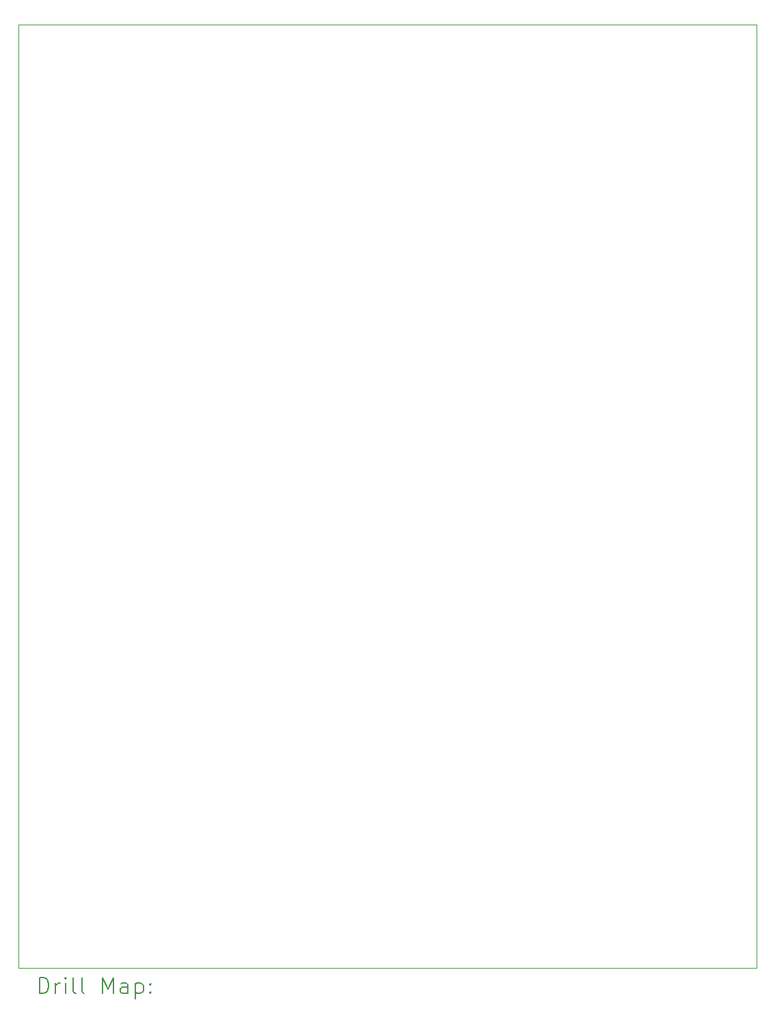
<source format=gbr>
%TF.GenerationSoftware,KiCad,Pcbnew,8.0.3*%
%TF.CreationDate,2024-11-24T23:29:19-08:00*%
%TF.ProjectId,esp32cnc,65737033-3263-46e6-932e-6b696361645f,2*%
%TF.SameCoordinates,Original*%
%TF.FileFunction,Drillmap*%
%TF.FilePolarity,Positive*%
%FSLAX45Y45*%
G04 Gerber Fmt 4.5, Leading zero omitted, Abs format (unit mm)*
G04 Created by KiCad (PCBNEW 8.0.3) date 2024-11-24 23:29:19*
%MOMM*%
%LPD*%
G01*
G04 APERTURE LIST*
%ADD10C,0.050000*%
%ADD11C,0.200000*%
G04 APERTURE END LIST*
D10*
X10160000Y-2540000D02*
X19304000Y-2540000D01*
X19304000Y-14224000D01*
X10160000Y-14224000D01*
X10160000Y-2540000D01*
D11*
X10418277Y-14537984D02*
X10418277Y-14337984D01*
X10418277Y-14337984D02*
X10465896Y-14337984D01*
X10465896Y-14337984D02*
X10494467Y-14347508D01*
X10494467Y-14347508D02*
X10513515Y-14366555D01*
X10513515Y-14366555D02*
X10523039Y-14385603D01*
X10523039Y-14385603D02*
X10532563Y-14423698D01*
X10532563Y-14423698D02*
X10532563Y-14452269D01*
X10532563Y-14452269D02*
X10523039Y-14490365D01*
X10523039Y-14490365D02*
X10513515Y-14509412D01*
X10513515Y-14509412D02*
X10494467Y-14528460D01*
X10494467Y-14528460D02*
X10465896Y-14537984D01*
X10465896Y-14537984D02*
X10418277Y-14537984D01*
X10618277Y-14537984D02*
X10618277Y-14404650D01*
X10618277Y-14442746D02*
X10627801Y-14423698D01*
X10627801Y-14423698D02*
X10637324Y-14414174D01*
X10637324Y-14414174D02*
X10656372Y-14404650D01*
X10656372Y-14404650D02*
X10675420Y-14404650D01*
X10742086Y-14537984D02*
X10742086Y-14404650D01*
X10742086Y-14337984D02*
X10732563Y-14347508D01*
X10732563Y-14347508D02*
X10742086Y-14357031D01*
X10742086Y-14357031D02*
X10751610Y-14347508D01*
X10751610Y-14347508D02*
X10742086Y-14337984D01*
X10742086Y-14337984D02*
X10742086Y-14357031D01*
X10865896Y-14537984D02*
X10846848Y-14528460D01*
X10846848Y-14528460D02*
X10837324Y-14509412D01*
X10837324Y-14509412D02*
X10837324Y-14337984D01*
X10970658Y-14537984D02*
X10951610Y-14528460D01*
X10951610Y-14528460D02*
X10942086Y-14509412D01*
X10942086Y-14509412D02*
X10942086Y-14337984D01*
X11199229Y-14537984D02*
X11199229Y-14337984D01*
X11199229Y-14337984D02*
X11265896Y-14480841D01*
X11265896Y-14480841D02*
X11332562Y-14337984D01*
X11332562Y-14337984D02*
X11332562Y-14537984D01*
X11513515Y-14537984D02*
X11513515Y-14433222D01*
X11513515Y-14433222D02*
X11503991Y-14414174D01*
X11503991Y-14414174D02*
X11484943Y-14404650D01*
X11484943Y-14404650D02*
X11446848Y-14404650D01*
X11446848Y-14404650D02*
X11427801Y-14414174D01*
X11513515Y-14528460D02*
X11494467Y-14537984D01*
X11494467Y-14537984D02*
X11446848Y-14537984D01*
X11446848Y-14537984D02*
X11427801Y-14528460D01*
X11427801Y-14528460D02*
X11418277Y-14509412D01*
X11418277Y-14509412D02*
X11418277Y-14490365D01*
X11418277Y-14490365D02*
X11427801Y-14471317D01*
X11427801Y-14471317D02*
X11446848Y-14461793D01*
X11446848Y-14461793D02*
X11494467Y-14461793D01*
X11494467Y-14461793D02*
X11513515Y-14452269D01*
X11608753Y-14404650D02*
X11608753Y-14604650D01*
X11608753Y-14414174D02*
X11627801Y-14404650D01*
X11627801Y-14404650D02*
X11665896Y-14404650D01*
X11665896Y-14404650D02*
X11684943Y-14414174D01*
X11684943Y-14414174D02*
X11694467Y-14423698D01*
X11694467Y-14423698D02*
X11703991Y-14442746D01*
X11703991Y-14442746D02*
X11703991Y-14499888D01*
X11703991Y-14499888D02*
X11694467Y-14518936D01*
X11694467Y-14518936D02*
X11684943Y-14528460D01*
X11684943Y-14528460D02*
X11665896Y-14537984D01*
X11665896Y-14537984D02*
X11627801Y-14537984D01*
X11627801Y-14537984D02*
X11608753Y-14528460D01*
X11789705Y-14518936D02*
X11799229Y-14528460D01*
X11799229Y-14528460D02*
X11789705Y-14537984D01*
X11789705Y-14537984D02*
X11780182Y-14528460D01*
X11780182Y-14528460D02*
X11789705Y-14518936D01*
X11789705Y-14518936D02*
X11789705Y-14537984D01*
X11789705Y-14414174D02*
X11799229Y-14423698D01*
X11799229Y-14423698D02*
X11789705Y-14433222D01*
X11789705Y-14433222D02*
X11780182Y-14423698D01*
X11780182Y-14423698D02*
X11789705Y-14414174D01*
X11789705Y-14414174D02*
X11789705Y-14433222D01*
M02*

</source>
